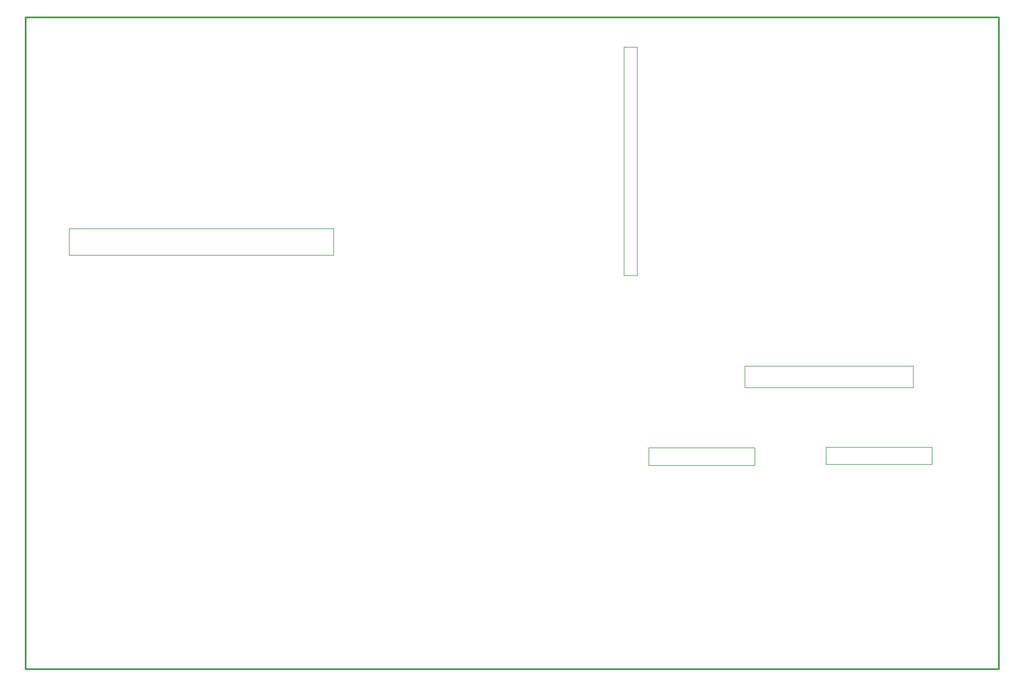
<source format=gko>
G04 Layer: BoardOutlineLayer*
G04 EasyEDA Pro v2.1.63.af010a1c.225d47, 2024-07-27 17:45:37*
G04 Gerber Generator version 0.3*
G04 Scale: 100 percent, Rotated: No, Reflected: No*
G04 Dimensions in millimeters*
G04 Leading zeros omitted, absolute positions, 3 integers and 5 decimals*
%FSLAX35Y35*%
%MOMM*%
%ADD10C,0.254*%
%ADD11C,0.0254*%
G75*


G04 Rect Start*
G54D10*
G01X0Y9999980D02*
G01X0Y-20D01*
G01X14930120D01*
G01Y9999980D01*
G01X0D01*
G54D11*
G01X673100Y6756400D02*
G01X673100Y6350000D01*
G01X4724400D01*
G01Y6756400D01*
G01X673100D01*
G01X11036300Y4648200D02*
G01X11036300Y4318000D01*
G01X13614400D01*
G01Y4648200D01*
G01X11036300D01*
G01X9182100Y9537700D02*
G01X9182100Y6037700D01*
G01X9382100D01*
G01Y9537700D01*
G01X9182100D01*
G01X11188700Y3390900D02*
G01X9563100Y3390900D01*
G01Y3124200D01*
G01X11188700D01*
G01Y3390900D01*
G01X13906500Y3403600D02*
G01X12280900Y3403600D01*
G01Y3136900D01*
G01X13906500D01*
G01Y3403600D01*
G04 Rect End*

M02*

</source>
